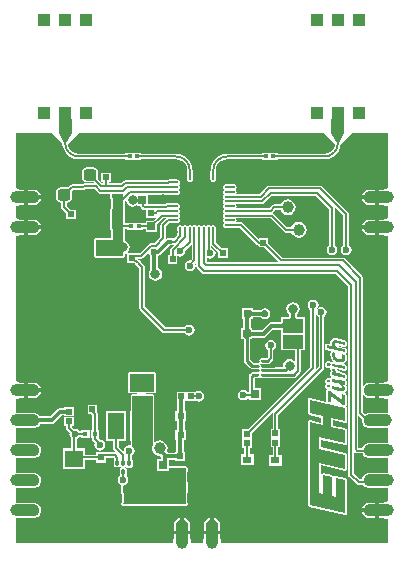
<source format=gtl>
G04*
G04 #@! TF.GenerationSoftware,Altium Limited,Altium NEXUS,5.8.2 (18)*
G04*
G04 Layer_Physical_Order=1*
G04 Layer_Color=255*
%FSLAX44Y44*%
%MOMM*%
G71*
G04*
G04 #@! TF.SameCoordinates,3A1DB9EE-8D2C-4681-89B5-BFB965533D06*
G04*
G04*
G04 #@! TF.FilePolarity,Positive*
G04*
G01*
G75*
%ADD10C,0.2500*%
%ADD15C,0.2000*%
%ADD18O,0.8500X0.2000*%
%ADD19O,0.2000X0.8500*%
%ADD20R,0.4682X0.4725*%
%ADD21R,0.6582X0.7041*%
%ADD22R,0.6153X0.5725*%
%ADD23C,0.6000*%
%ADD24R,0.6725X0.7154*%
%ADD25R,0.3627X0.3627*%
%ADD26R,0.7041X0.6582*%
%ADD27R,0.5153X0.4725*%
%ADD28R,1.1000X1.1000*%
G04:AMPARAMS|DCode=29|XSize=1.1mm|YSize=0.98mm|CornerRadius=0.2597mm|HoleSize=0mm|Usage=FLASHONLY|Rotation=0.000|XOffset=0mm|YOffset=0mm|HoleType=Round|Shape=RoundedRectangle|*
%AMROUNDEDRECTD29*
21,1,1.1000,0.4606,0,0,0.0*
21,1,0.5806,0.9800,0,0,0.0*
1,1,0.5194,0.2903,-0.2303*
1,1,0.5194,-0.2903,-0.2303*
1,1,0.5194,-0.2903,0.2303*
1,1,0.5194,0.2903,0.2303*
%
%ADD29ROUNDEDRECTD29*%
%ADD30R,0.4725X0.4682*%
%ADD31R,0.5725X0.6153*%
%ADD32R,0.6281X0.6062*%
%ADD33R,0.4541X0.3627*%
%ADD34R,1.7062X1.1544*%
%ADD35R,0.8000X0.6000*%
%ADD36R,0.8000X0.6000*%
G04:AMPARAMS|DCode=37|XSize=0.3mm|YSize=0.49mm|CornerRadius=0.0495mm|HoleSize=0mm|Usage=FLASHONLY|Rotation=180.000|XOffset=0mm|YOffset=0mm|HoleType=Round|Shape=RoundedRectangle|*
%AMROUNDEDRECTD37*
21,1,0.3000,0.3910,0,0,180.0*
21,1,0.2010,0.4900,0,0,180.0*
1,1,0.0990,-0.1005,0.1955*
1,1,0.0990,0.1005,0.1955*
1,1,0.0990,0.1005,-0.1955*
1,1,0.0990,-0.1005,-0.1955*
%
%ADD37ROUNDEDRECTD37*%
G04:AMPARAMS|DCode=38|XSize=0.3mm|YSize=0.52mm|CornerRadius=0.0495mm|HoleSize=0mm|Usage=FLASHONLY|Rotation=180.000|XOffset=0mm|YOffset=0mm|HoleType=Round|Shape=RoundedRectangle|*
%AMROUNDEDRECTD38*
21,1,0.3000,0.4210,0,0,180.0*
21,1,0.2010,0.5200,0,0,180.0*
1,1,0.0990,-0.1005,0.2105*
1,1,0.0990,0.1005,0.2105*
1,1,0.0990,0.1005,-0.2105*
1,1,0.0990,-0.1005,-0.2105*
%
%ADD38ROUNDEDRECTD38*%
%ADD39R,0.5000X0.5000*%
%ADD40R,1.5562X1.4546*%
%ADD41R,0.4500X0.4500*%
%ADD42R,1.3549X2.2062*%
%ADD43R,3.5000X3.6000*%
%ADD44C,0.2700*%
%ADD45C,0.3000*%
%ADD54C,0.2300*%
%ADD58C,0.1450*%
%ADD59C,1.0000*%
%ADD60C,0.1700*%
%ADD61C,0.3500*%
%ADD62C,0.2300*%
%ADD63C,0.8000*%
G36*
X278500Y347000D02*
X273000Y337000D01*
X267500Y347000D01*
Y359000D01*
X278500D01*
Y347000D01*
D02*
G37*
G36*
X47500D02*
X42000Y337000D01*
X36500Y347000D01*
Y359000D01*
X47500D01*
Y347000D01*
D02*
G37*
G36*
X315000Y300005D02*
X313032Y299746D01*
X311288Y299024D01*
X308000D01*
Y297400D01*
X315000D01*
Y294025D01*
Y290775D01*
Y287400D01*
X308000D01*
Y285776D01*
X311288D01*
X313032Y285054D01*
X315000Y284795D01*
Y274605D01*
X313032Y274346D01*
X311288Y273624D01*
X308000D01*
Y272000D01*
X315000D01*
Y268625D01*
Y265375D01*
Y262000D01*
X308000D01*
Y260376D01*
X311288D01*
X313032Y259654D01*
X315000Y259395D01*
Y136605D01*
X313032Y136346D01*
X311288Y135624D01*
X308000D01*
Y134000D01*
X315000D01*
Y130625D01*
Y127375D01*
Y124000D01*
X308000D01*
Y122376D01*
X311288D01*
X313032Y121654D01*
X315000Y121395D01*
Y110224D01*
X314019D01*
X314000Y110227D01*
X313981Y110224D01*
X299005D01*
X298707Y110100D01*
X298384D01*
X296546Y109339D01*
X296318Y109110D01*
X296290Y109099D01*
X294396Y110992D01*
Y125237D01*
X297256Y122376D01*
X304750D01*
Y124000D01*
X299005D01*
X297168Y124761D01*
X295761Y126168D01*
X295000Y128005D01*
Y129994D01*
X295761Y131832D01*
X297168Y133239D01*
X299005Y134000D01*
X304750D01*
Y135624D01*
X297256D01*
X294396Y132763D01*
Y224000D01*
X294214Y224917D01*
X293694Y225694D01*
X278694Y240694D01*
X277917Y241214D01*
X277000Y241396D01*
X225949D01*
X213798Y253548D01*
Y257862D01*
X206116D01*
Y257272D01*
X192694Y270694D01*
X191917Y271214D01*
X191000Y271396D01*
X186685D01*
X187105Y272025D01*
X187299Y273000D01*
X187105Y273975D01*
X186685Y274604D01*
X216007D01*
X227306Y263306D01*
X227306Y263306D01*
X227772Y262994D01*
X228083Y262786D01*
X229000Y262604D01*
X233599D01*
X233627Y262464D01*
X235064Y260314D01*
X237214Y258877D01*
X239750Y258373D01*
X242286Y258877D01*
X244436Y260314D01*
X245873Y262464D01*
X246377Y265000D01*
X245873Y267536D01*
X244436Y269686D01*
X242286Y271123D01*
X239750Y271627D01*
X237214Y271123D01*
X235064Y269686D01*
X233627Y267536D01*
X233599Y267396D01*
X229993D01*
X218694Y278694D01*
X217917Y279214D01*
X217639Y279269D01*
X217694Y279306D01*
X219993Y281604D01*
X224349D01*
X224377Y281464D01*
X225814Y279314D01*
X227964Y277877D01*
X230500Y277373D01*
X233036Y277877D01*
X235186Y279314D01*
X236623Y281464D01*
X237127Y284000D01*
X236623Y286536D01*
X235186Y288686D01*
X233036Y290123D01*
X230500Y290627D01*
X227964Y290123D01*
X225814Y288686D01*
X224377Y286536D01*
X224349Y286396D01*
X219000D01*
X218083Y286214D01*
X217306Y285694D01*
X215007Y283396D01*
X186685D01*
X187105Y284025D01*
X187299Y285000D01*
X187105Y285975D01*
X186685Y286604D01*
X209000D01*
X209917Y286786D01*
X210694Y287306D01*
X216992Y293604D01*
X254007D01*
X265604Y282008D01*
Y251811D01*
X264756Y251244D01*
X263761Y249756D01*
X263412Y248000D01*
X263761Y246244D01*
X264756Y244756D01*
X266244Y243761D01*
X268000Y243412D01*
X269756Y243761D01*
X271244Y244756D01*
X272239Y246244D01*
X272588Y248000D01*
X272239Y249756D01*
X271244Y251244D01*
X270396Y251811D01*
Y283000D01*
X270214Y283917D01*
X269694Y284694D01*
X256784Y297604D01*
X257008D01*
X277604Y277008D01*
Y251811D01*
X276756Y251244D01*
X275761Y249756D01*
X275412Y248000D01*
X275761Y246244D01*
X276756Y244756D01*
X278244Y243761D01*
X280000Y243412D01*
X281756Y243761D01*
X283244Y244756D01*
X284239Y246244D01*
X284588Y248000D01*
X284239Y249756D01*
X283244Y251244D01*
X282396Y251811D01*
Y278000D01*
X282214Y278917D01*
X281694Y279694D01*
X259694Y301694D01*
X258917Y302214D01*
X258000Y302396D01*
X215000D01*
X214083Y302214D01*
X213306Y301694D01*
X207008Y295396D01*
X186685D01*
X187105Y296025D01*
X187299Y297000D01*
X187105Y297975D01*
X186552Y298802D01*
X186257Y299000D01*
X186552Y299198D01*
X187105Y300025D01*
X187299Y301000D01*
X187105Y301975D01*
X186552Y302802D01*
X185725Y303355D01*
X184750Y303549D01*
X178250D01*
X177275Y303355D01*
X176448Y302802D01*
X175895Y301975D01*
X175701Y301000D01*
X175895Y300025D01*
X176448Y299198D01*
X176743Y299000D01*
X176448Y298802D01*
X175895Y297975D01*
X175701Y297000D01*
X175895Y296025D01*
X176448Y295198D01*
X176743Y295000D01*
X176448Y294802D01*
X175895Y293975D01*
X175701Y293000D01*
X175895Y292024D01*
X176448Y291198D01*
X176743Y291000D01*
X176448Y290802D01*
X175895Y289975D01*
X175701Y289000D01*
X175895Y288025D01*
X176448Y287198D01*
X176743Y287000D01*
X176448Y286802D01*
X175895Y285975D01*
X175701Y285000D01*
X175895Y284025D01*
X176448Y283198D01*
X176743Y283000D01*
X176448Y282802D01*
X175895Y281975D01*
X175701Y281000D01*
X175895Y280025D01*
X176448Y279198D01*
X176743Y279000D01*
X176448Y278802D01*
X175895Y277975D01*
X175701Y277000D01*
X175895Y276024D01*
X176448Y275198D01*
X176743Y275000D01*
X176448Y274802D01*
X175895Y273975D01*
X175701Y273000D01*
X175895Y272025D01*
X176448Y271198D01*
X176743Y271000D01*
X176448Y270802D01*
X176432Y270778D01*
X176306Y270694D01*
X175786Y269917D01*
X175604Y269000D01*
X175786Y268083D01*
X176306Y267306D01*
X176432Y267222D01*
X176448Y267198D01*
X177275Y266645D01*
X178250Y266451D01*
X184750D01*
X185519Y266604D01*
X190007D01*
X204306Y252306D01*
X205083Y251786D01*
X206000Y251604D01*
X206116D01*
Y250138D01*
X210431D01*
X223172Y237396D01*
X161992D01*
X161896Y237493D01*
Y241662D01*
X163244Y240761D01*
X165000Y240412D01*
X166756Y240761D01*
X168244Y241756D01*
X169239Y243244D01*
X169588Y245000D01*
X169239Y246756D01*
X168244Y248244D01*
X166756Y249239D01*
X165896Y249410D01*
Y251215D01*
X171138Y245974D01*
Y240638D01*
X180291D01*
Y249362D01*
X174526D01*
X169896Y253993D01*
Y258981D01*
X170049Y259750D01*
Y266250D01*
X169855Y267225D01*
X169302Y268052D01*
X168475Y268605D01*
X167500Y268799D01*
X166525Y268605D01*
X165698Y268052D01*
X165500Y267757D01*
X165302Y268052D01*
X164475Y268605D01*
X163500Y268799D01*
X162525Y268605D01*
X161698Y268052D01*
X161500Y267757D01*
X161302Y268052D01*
X160475Y268605D01*
X159500Y268799D01*
X158525Y268605D01*
X157698Y268052D01*
X157500Y267757D01*
X157302Y268052D01*
X156475Y268605D01*
X155500Y268799D01*
X154525Y268605D01*
X153698Y268052D01*
X153500Y267757D01*
X153302Y268052D01*
X152475Y268605D01*
X151500Y268799D01*
X150525Y268605D01*
X149698Y268052D01*
X149500Y267757D01*
X149302Y268052D01*
X148475Y268605D01*
X147500Y268799D01*
X146524Y268605D01*
X145698Y268052D01*
X145500Y267757D01*
X145302Y268052D01*
X144475Y268605D01*
X143500Y268799D01*
X142525Y268605D01*
X141698Y268052D01*
X141500Y267757D01*
X141302Y268052D01*
X140475Y268605D01*
X139500Y268799D01*
X138525Y268605D01*
X137698Y268052D01*
X137145Y267225D01*
X136951Y266250D01*
Y263000D01*
Y260806D01*
X133831Y257686D01*
X133268Y258061D01*
X132000Y258314D01*
X129500D01*
X128442Y258103D01*
X128232Y258061D01*
X127339Y257465D01*
X127396Y257750D01*
Y268008D01*
X129908Y270519D01*
X130250Y270451D01*
X136750D01*
X137725Y270645D01*
X138552Y271198D01*
X139105Y272025D01*
X139299Y273000D01*
X139105Y273975D01*
X138552Y274802D01*
X138257Y275000D01*
X138552Y275198D01*
X139105Y276024D01*
X139299Y277000D01*
X139105Y277975D01*
X138552Y278802D01*
X138257Y279000D01*
X138552Y279198D01*
X139105Y280025D01*
X139299Y281000D01*
X139105Y281975D01*
X138552Y282802D01*
X138257Y283000D01*
X138552Y283198D01*
X139105Y284025D01*
X139299Y285000D01*
X139105Y285975D01*
X138552Y286802D01*
X137725Y287355D01*
X136750Y287549D01*
X128542D01*
X127567Y287355D01*
X126740Y286802D01*
X126637Y286699D01*
X118805D01*
X117992Y286537D01*
X117830Y286505D01*
X117690Y286411D01*
X112500D01*
Y294604D01*
X129481D01*
X130250Y294451D01*
X136750D01*
X137725Y294645D01*
X138552Y295198D01*
X139105Y296025D01*
X139299Y297000D01*
X139105Y297975D01*
X138552Y298802D01*
X138257Y299000D01*
X138552Y299198D01*
X139105Y300025D01*
X139299Y301000D01*
X139105Y301975D01*
X138552Y302802D01*
X138257Y303000D01*
X138552Y303198D01*
X139105Y304025D01*
X139299Y305000D01*
X139105Y305975D01*
X138552Y306802D01*
X137725Y307355D01*
X136750Y307549D01*
X130250D01*
X129275Y307355D01*
X128448Y306802D01*
X128410Y306746D01*
X92825D01*
X92824Y306746D01*
X91908Y306564D01*
X91130Y306044D01*
X89482Y304396D01*
X79130D01*
Y305443D01*
X80811D01*
Y313168D01*
X72658D01*
Y305443D01*
X74338D01*
Y304396D01*
X73542D01*
X69858Y308080D01*
X70080Y309197D01*
Y313803D01*
X69762Y315402D01*
X68857Y316757D01*
X67502Y317662D01*
X65903Y317980D01*
X60097D01*
X58498Y317662D01*
X57143Y316757D01*
X56238Y315402D01*
X55920Y313803D01*
Y309197D01*
X56238Y307598D01*
X57143Y306243D01*
X58498Y305338D01*
X60097Y305020D01*
X65903D01*
X66101Y305059D01*
X67015Y304146D01*
X58048D01*
X57131Y303964D01*
X56354Y303444D01*
X56305Y303396D01*
X47500D01*
X46583Y303214D01*
X45806Y302694D01*
X44060Y300949D01*
X43903Y300980D01*
X38097D01*
X36498Y300662D01*
X35143Y299757D01*
X34238Y298402D01*
X33920Y296803D01*
Y292197D01*
X34238Y290598D01*
X35143Y289243D01*
X36498Y288338D01*
X38097Y288020D01*
X38604D01*
Y284214D01*
X38786Y283298D01*
X39306Y282520D01*
X43138Y278688D01*
Y274138D01*
X51291D01*
Y281862D01*
X46740D01*
X43396Y285207D01*
Y288020D01*
X43903D01*
X45502Y288338D01*
X46857Y289243D01*
X47762Y290598D01*
X48080Y292197D01*
Y296803D01*
X47850Y297961D01*
X48492Y298604D01*
X57298D01*
X58215Y298786D01*
X58992Y299306D01*
X59040Y299354D01*
X66960D01*
X70008Y296306D01*
X70008Y296306D01*
X70474Y295994D01*
X70785Y295786D01*
X71702Y295604D01*
X80376D01*
Y291791D01*
X80852Y290643D01*
X81127Y290529D01*
Y283471D01*
X80852Y283357D01*
X80376Y282209D01*
Y279362D01*
X80382Y279349D01*
Y270651D01*
X80376Y270638D01*
Y265531D01*
X80852Y264383D01*
X81236Y264224D01*
Y257841D01*
X81126Y257730D01*
X80868Y257624D01*
X68000D01*
X66852Y257148D01*
X66376Y256000D01*
Y243000D01*
X66852Y241852D01*
X68000Y241376D01*
X91000D01*
X92148Y241852D01*
X92624Y243000D01*
Y244715D01*
X93146Y244819D01*
X94965Y246035D01*
X96181Y247854D01*
X96608Y250000D01*
X96181Y252146D01*
X94965Y253965D01*
X93146Y255181D01*
X92624Y255285D01*
Y265604D01*
X94186D01*
Y264436D01*
X100814D01*
Y271064D01*
X94186D01*
Y270396D01*
X92624D01*
Y289235D01*
X93690Y290302D01*
X93630Y290000D01*
X94057Y287854D01*
X95273Y286035D01*
X97092Y284819D01*
X99238Y284392D01*
X101384Y284819D01*
X102459Y285537D01*
Y285459D01*
X105716D01*
Y285131D01*
X105910Y284155D01*
X106462Y283328D01*
X107731Y282060D01*
X108557Y281507D01*
X109533Y281313D01*
X110709D01*
Y275138D01*
X118749D01*
X116403Y272791D01*
X110209D01*
Y270396D01*
X107814D01*
Y271064D01*
X101186D01*
Y264436D01*
X107814D01*
Y265604D01*
X110209D01*
Y262750D01*
X119791D01*
Y269403D01*
X124993Y274604D01*
X127215D01*
X123306Y270694D01*
X122786Y269917D01*
X122604Y269000D01*
Y258743D01*
X117607Y253746D01*
X114784D01*
X114784Y253746D01*
X113867Y253564D01*
X113090Y253044D01*
X113090Y253044D01*
X105442Y245396D01*
X103362D01*
Y245577D01*
X94638D01*
Y236423D01*
X100781D01*
X100796Y236420D01*
X101055Y236161D01*
X101315Y235987D01*
X102344Y234958D01*
X102518Y234698D01*
X104854Y232362D01*
Y198750D01*
X105036Y197833D01*
X105556Y197056D01*
X124306Y178306D01*
X125083Y177786D01*
X126000Y177604D01*
X143189D01*
X143756Y176756D01*
X145244Y175761D01*
X147000Y175412D01*
X148756Y175761D01*
X150244Y176756D01*
X151239Y178244D01*
X151588Y180000D01*
X151239Y181756D01*
X150244Y183244D01*
X148756Y184239D01*
X147000Y184588D01*
X145244Y184239D01*
X143756Y183244D01*
X143189Y182396D01*
X126993D01*
X109646Y199743D01*
Y233355D01*
X109464Y234272D01*
X108944Y235049D01*
X106080Y237913D01*
X105907Y238173D01*
X104530Y239550D01*
X104270Y239724D01*
X103526Y240467D01*
X103362Y240577D01*
Y240604D01*
X106434D01*
X107351Y240786D01*
X108128Y241306D01*
X112480Y245658D01*
X112761Y244244D01*
X113756Y242756D01*
X114165Y242482D01*
Y231824D01*
X113939Y231486D01*
X113686Y230218D01*
X113690Y230201D01*
X113319Y229646D01*
X112892Y227500D01*
X113319Y225354D01*
X114535Y223535D01*
X116354Y222319D01*
X118500Y221892D01*
X120646Y222319D01*
X122465Y223535D01*
X123681Y225354D01*
X124108Y227500D01*
X123681Y229646D01*
X122465Y231465D01*
X120792Y232583D01*
Y243165D01*
X120978D01*
X122036Y243375D01*
X122246Y243417D01*
X123321Y244135D01*
X130873Y251686D01*
X132000D01*
X133268Y251939D01*
X134035Y252451D01*
X134062D01*
X131306Y249694D01*
X130786Y248917D01*
X130604Y248000D01*
Y243862D01*
X129138D01*
Y236181D01*
X136862D01*
Y242785D01*
X137445Y242396D01*
X139201Y242047D01*
X140957Y242396D01*
X142445Y243391D01*
X143440Y244879D01*
X143789Y246635D01*
X143662Y247274D01*
X149104Y252715D01*
Y239979D01*
X148293Y239168D01*
X148000Y239226D01*
X146244Y238877D01*
X144756Y237882D01*
X143761Y236394D01*
X143412Y234638D01*
X143761Y232882D01*
X144756Y231394D01*
X146244Y230399D01*
X148000Y230050D01*
X149756Y230399D01*
X151244Y231394D01*
X152239Y232882D01*
X152588Y234638D01*
X152248Y236347D01*
X153104Y237202D01*
Y234500D01*
X153286Y233583D01*
X153806Y232806D01*
X158306Y228306D01*
X158306Y228306D01*
X159083Y227786D01*
X160000Y227604D01*
X160000Y227604D01*
X271007D01*
X281604Y217008D01*
Y57680D01*
X281786Y56763D01*
X282306Y55986D01*
X288774Y49518D01*
X289551Y48998D01*
X290468Y48816D01*
X294617D01*
X296020Y47413D01*
X296318Y47290D01*
X296546Y47061D01*
X298384Y46300D01*
X298707D01*
X299005Y46176D01*
X314981D01*
X315000Y46173D01*
Y35005D01*
X313032Y34746D01*
X311288Y34024D01*
X308000D01*
Y32400D01*
X315000D01*
Y29025D01*
Y25775D01*
Y22400D01*
X308000D01*
Y20776D01*
X311288D01*
X313032Y20054D01*
X315000Y19795D01*
Y0D01*
X174005D01*
X173746Y1968D01*
X173024Y3712D01*
Y7000D01*
X171400D01*
Y0D01*
X161400D01*
Y7000D01*
X159776D01*
Y3712D01*
X159054Y1968D01*
X158795Y0D01*
X148605D01*
X148346Y1968D01*
X147624Y3712D01*
Y7000D01*
X146000D01*
Y0D01*
X136000D01*
Y7000D01*
X134376D01*
Y3712D01*
X133654Y1968D01*
X133395Y0D01*
X0D01*
Y20773D01*
X19Y20776D01*
X15994D01*
X16293Y20900D01*
X16616D01*
X18454Y21661D01*
X18682Y21890D01*
X18980Y22013D01*
X20387Y23420D01*
X20510Y23718D01*
X20739Y23946D01*
X21500Y25784D01*
Y26107D01*
X21624Y26405D01*
Y28394D01*
X21500Y28693D01*
Y29016D01*
X20739Y30854D01*
X20510Y31082D01*
X20387Y31380D01*
X18980Y32787D01*
X18682Y32910D01*
X18454Y33139D01*
X16616Y33900D01*
X16293D01*
X15994Y34024D01*
X19D01*
X0Y34027D01*
Y46173D01*
X19Y46176D01*
X15994D01*
X16293Y46300D01*
X16616D01*
X18454Y47061D01*
X18682Y47290D01*
X18980Y47413D01*
X20387Y48820D01*
X20510Y49118D01*
X20739Y49346D01*
X21500Y51184D01*
Y51507D01*
X21624Y51805D01*
Y53794D01*
X21500Y54093D01*
Y54416D01*
X20739Y56254D01*
X20510Y56482D01*
X20387Y56780D01*
X18980Y58187D01*
X18682Y58310D01*
X18454Y58539D01*
X16616Y59300D01*
X16293D01*
X15994Y59424D01*
X19D01*
X0Y59427D01*
Y71573D01*
X19Y71576D01*
X15994D01*
X16293Y71700D01*
X16616D01*
X18454Y72461D01*
X18682Y72689D01*
X18980Y72813D01*
X20387Y74220D01*
X20510Y74518D01*
X20739Y74746D01*
X21500Y76584D01*
Y76907D01*
X21624Y77205D01*
Y79194D01*
X21500Y79493D01*
Y79816D01*
X20739Y81654D01*
X20510Y81882D01*
X20387Y82180D01*
X18980Y83587D01*
X18682Y83710D01*
X18454Y83939D01*
X16616Y84700D01*
X16293D01*
X15994Y84824D01*
X19D01*
X0Y84827D01*
Y96973D01*
X19Y96976D01*
X15994D01*
X16293Y97100D01*
X16616D01*
X18454Y97861D01*
X18682Y98090D01*
X18980Y98213D01*
X20387Y99620D01*
X20510Y99918D01*
X20739Y100146D01*
X20797Y100286D01*
X30600D01*
X31658Y100497D01*
X31868Y100539D01*
X32943Y101257D01*
X39394Y107708D01*
X41394D01*
Y107181D01*
X49119D01*
Y114862D01*
X41394D01*
Y114335D01*
X38022D01*
X36753Y114083D01*
X35678Y113365D01*
X29227Y106914D01*
X20797D01*
X20739Y107054D01*
X20510Y107282D01*
X20387Y107580D01*
X18980Y108987D01*
X18682Y109110D01*
X18454Y109339D01*
X16616Y110100D01*
X16293D01*
X15994Y110224D01*
X19D01*
X0Y110227D01*
Y121395D01*
X1968Y121654D01*
X3712Y122376D01*
X7000D01*
Y124000D01*
X0D01*
Y127375D01*
Y130625D01*
Y134000D01*
X7000D01*
Y135624D01*
X3712D01*
X1968Y136346D01*
X0Y136605D01*
Y259417D01*
X1968Y259676D01*
X3712Y260398D01*
X7000D01*
Y262022D01*
X0D01*
Y265397D01*
Y268647D01*
Y272022D01*
X7000D01*
Y273645D01*
X3712D01*
X1968Y274368D01*
X0Y274627D01*
Y284817D01*
X1968Y285076D01*
X3712Y285798D01*
X7000D01*
Y287422D01*
X0D01*
Y290797D01*
Y294047D01*
Y297422D01*
X7000D01*
Y299045D01*
X3712D01*
X1968Y299768D01*
X0Y300027D01*
Y347000D01*
X30500D01*
X39716Y337784D01*
X39729Y337761D01*
X40123Y334765D01*
X41485Y331477D01*
X43652Y328652D01*
X46476Y326485D01*
X49765Y325123D01*
X53295Y324658D01*
Y324731D01*
X92936D01*
Y323686D01*
X106564D01*
Y324731D01*
X136000D01*
Y324724D01*
X138387Y324410D01*
X140612Y323488D01*
X142522Y322022D01*
X143988Y320112D01*
X144910Y317887D01*
X145224Y315500D01*
X145231D01*
Y315355D01*
X145145Y315225D01*
X144951Y314250D01*
Y307750D01*
X145145Y306775D01*
X145698Y305948D01*
X146524Y305395D01*
X147500Y305201D01*
X148475Y305395D01*
X149302Y305948D01*
X149855Y306775D01*
X150049Y307750D01*
Y314250D01*
X149855Y315225D01*
X149769Y315355D01*
Y315500D01*
X149843D01*
X149372Y319083D01*
X147989Y322422D01*
X145789Y325289D01*
X142922Y327489D01*
X139583Y328872D01*
X136000Y329343D01*
Y329269D01*
X106564D01*
Y330314D01*
X92936D01*
Y329269D01*
X53295D01*
Y329278D01*
X50961Y329585D01*
X48786Y330486D01*
X46919Y331919D01*
X45486Y333786D01*
X44585Y335961D01*
X44434Y337110D01*
X53500Y347000D01*
X261500D01*
X270566Y337110D01*
X270415Y335961D01*
X269514Y333786D01*
X268081Y331919D01*
X266214Y330486D01*
X264039Y329585D01*
X261705Y329278D01*
Y329269D01*
X222064D01*
Y330314D01*
X208436D01*
Y329269D01*
X179000D01*
Y329343D01*
X175417Y328872D01*
X172078Y327489D01*
X169211Y325289D01*
X167011Y322422D01*
X165628Y319083D01*
X165157Y315500D01*
X165231D01*
Y315355D01*
X165145Y315225D01*
X164951Y314250D01*
Y307750D01*
X165145Y306775D01*
X165698Y305948D01*
X166525Y305395D01*
X167500Y305201D01*
X168475Y305395D01*
X169302Y305948D01*
X169855Y306775D01*
X170049Y307750D01*
Y314250D01*
X169855Y315225D01*
X169769Y315355D01*
Y315500D01*
X169776D01*
X170090Y317887D01*
X171012Y320112D01*
X172478Y322022D01*
X174388Y323488D01*
X176613Y324410D01*
X179000Y324724D01*
Y324731D01*
X208436D01*
Y323686D01*
X222064D01*
Y324731D01*
X261705D01*
Y324658D01*
X265235Y325123D01*
X268524Y326485D01*
X271348Y328652D01*
X273515Y331477D01*
X274877Y334765D01*
X275271Y337761D01*
X275285Y337785D01*
X284500Y347000D01*
X315000D01*
Y300005D01*
D02*
G37*
G36*
X91000Y243000D02*
X68000D01*
Y256000D01*
X82000D01*
Y256469D01*
X82860D01*
Y265531D01*
X82000D01*
Y270638D01*
X82006D01*
Y279362D01*
X82000D01*
Y282209D01*
X82751D01*
Y291791D01*
X82000D01*
Y295604D01*
X91000D01*
X91000D01*
Y243000D01*
D02*
G37*
G36*
X315000Y98600D02*
X299005D01*
X297168Y99361D01*
X295761Y100768D01*
X295000Y102605D01*
Y104594D01*
X295761Y106432D01*
X297168Y107839D01*
X299005Y108600D01*
X315000D01*
Y98600D01*
D02*
G37*
G36*
X17832Y107839D02*
X19239Y106432D01*
X20000Y104594D01*
Y102605D01*
X19239Y100768D01*
X17832Y99361D01*
X15994Y98600D01*
X0D01*
Y108600D01*
X15994D01*
X17832Y107839D01*
D02*
G37*
G36*
X293500Y105112D02*
Y104893D01*
X293376Y104594D01*
Y102605D01*
X293500Y102307D01*
Y101984D01*
X294261Y100146D01*
X294490Y99918D01*
X294613Y99620D01*
X296020Y98213D01*
X296318Y98090D01*
X296546Y97861D01*
X298384Y97100D01*
X298707D01*
X299005Y96976D01*
X313981D01*
X314000Y96973D01*
X314019Y96976D01*
X315000D01*
Y84827D01*
X314981Y84824D01*
X299005D01*
X298707Y84700D01*
X298384D01*
X296546Y83939D01*
X296318Y83710D01*
X296020Y83587D01*
X294613Y82180D01*
X294490Y81882D01*
X294261Y81654D01*
X293740Y80396D01*
X290396D01*
Y108216D01*
X293500Y105112D01*
D02*
G37*
G36*
X315000Y73200D02*
X299005D01*
X297168Y73961D01*
X295761Y75368D01*
X295000Y77205D01*
Y79194D01*
X295761Y81032D01*
X297168Y82439D01*
X299005Y83200D01*
X315000D01*
Y73200D01*
D02*
G37*
G36*
X17832Y82439D02*
X19239Y81032D01*
X20000Y79194D01*
Y77205D01*
X19239Y75368D01*
X17832Y73961D01*
X15994Y73200D01*
X0D01*
Y83200D01*
X15994D01*
X17832Y82439D01*
D02*
G37*
G36*
X287302Y76306D02*
X288079Y75786D01*
X288996Y75604D01*
X293906D01*
X294261Y74746D01*
X294490Y74518D01*
X294613Y74220D01*
X296020Y72813D01*
X296318Y72689D01*
X296546Y72461D01*
X298384Y71700D01*
X298707D01*
X299005Y71576D01*
X314981D01*
X315000Y71573D01*
Y59427D01*
X314981Y59424D01*
X299005D01*
X298707Y59300D01*
X298384D01*
X296546Y58539D01*
X296318Y58310D01*
X296020Y58187D01*
X294613Y56780D01*
X294490Y56482D01*
X294261Y56254D01*
X293500Y54416D01*
Y54093D01*
X293376Y53794D01*
Y53608D01*
X291461D01*
X286396Y58672D01*
Y77211D01*
X287302Y76306D01*
D02*
G37*
G36*
X315000Y47800D02*
X299005D01*
X297168Y48561D01*
X295761Y49968D01*
X295000Y51805D01*
Y53794D01*
X295761Y55632D01*
X297168Y57039D01*
X299005Y57800D01*
X315000D01*
Y47800D01*
D02*
G37*
G36*
X17832Y57039D02*
X19239Y55632D01*
X20000Y53794D01*
Y51805D01*
X19239Y49968D01*
X17832Y48561D01*
X15994Y47800D01*
X0D01*
Y57800D01*
X15994D01*
X17832Y57039D01*
D02*
G37*
G36*
Y31639D02*
X19239Y30232D01*
X20000Y28394D01*
Y26405D01*
X19239Y24568D01*
X17832Y23161D01*
X15994Y22400D01*
X0D01*
Y32400D01*
X15994D01*
X17832Y31639D01*
D02*
G37*
%LPC*%
G36*
X17744Y299045D02*
X10250D01*
Y297422D01*
X15994D01*
X17832Y296661D01*
X19239Y295254D01*
X19739Y294047D01*
X21260D01*
Y295529D01*
X17744Y299045D01*
D02*
G37*
G36*
X304750Y299024D02*
X297256D01*
X293740Y295508D01*
Y294025D01*
X295261D01*
X295761Y295232D01*
X297168Y296639D01*
X299005Y297400D01*
X304750D01*
Y299024D01*
D02*
G37*
G36*
X21260Y290797D02*
X19739D01*
X19239Y289590D01*
X17832Y288183D01*
X15994Y287422D01*
X10250D01*
Y285798D01*
X17744D01*
X21260Y289314D01*
Y290797D01*
D02*
G37*
G36*
X295261Y290775D02*
X293740D01*
Y289293D01*
X297256Y285776D01*
X304750D01*
Y287400D01*
X299005D01*
X297168Y288161D01*
X295761Y289568D01*
X295261Y290775D01*
D02*
G37*
G36*
X17744Y273645D02*
X10250D01*
Y272022D01*
X15994D01*
X17832Y271261D01*
X19239Y269854D01*
X19739Y268647D01*
X21260D01*
Y270129D01*
X17744Y273645D01*
D02*
G37*
G36*
X304750Y273624D02*
X297256D01*
X293740Y270107D01*
Y268625D01*
X295261D01*
X295761Y269832D01*
X297168Y271239D01*
X299005Y272000D01*
X304750D01*
Y273624D01*
D02*
G37*
G36*
X21260Y265397D02*
X19739D01*
X19239Y264189D01*
X17832Y262783D01*
X15994Y262022D01*
X10250D01*
Y260398D01*
X17744D01*
X21260Y263914D01*
Y265397D01*
D02*
G37*
G36*
X295261Y265375D02*
X293740D01*
Y263892D01*
X297256Y260376D01*
X304750D01*
Y262000D01*
X299005D01*
X297168Y262761D01*
X295761Y264168D01*
X295261Y265375D01*
D02*
G37*
G36*
X235000Y203608D02*
X232854Y203181D01*
X231035Y201965D01*
X229819Y200146D01*
X229392Y198000D01*
X229819Y195854D01*
X231035Y194035D01*
X231686Y193599D01*
Y191031D01*
X224969D01*
Y187073D01*
X216759D01*
X215701Y186862D01*
X215491Y186820D01*
X214416Y186102D01*
X208627Y180314D01*
X200531D01*
Y181531D01*
X199402D01*
Y189638D01*
X200862D01*
Y190686D01*
X207859D01*
X209244Y189761D01*
X211000Y189412D01*
X212756Y189761D01*
X214244Y190756D01*
X215239Y192244D01*
X215588Y194000D01*
X215239Y195756D01*
X214244Y197244D01*
X212756Y198239D01*
X211000Y198588D01*
X209244Y198239D01*
X207859Y197314D01*
X200862D01*
Y198362D01*
X191709D01*
Y189638D01*
X192774D01*
Y181531D01*
X191250D01*
Y172469D01*
X193298D01*
Y154000D01*
X193504Y152966D01*
X194090Y152090D01*
X198090Y148089D01*
X198966Y147504D01*
X200000Y147298D01*
X204890D01*
X205924Y147504D01*
X206801Y148089D01*
X207387Y148966D01*
X207592Y150000D01*
X207387Y151034D01*
X206801Y151910D01*
X205924Y152496D01*
X204890Y152702D01*
X201119D01*
X198702Y155119D01*
Y172469D01*
X200531D01*
Y173686D01*
X210000D01*
X211058Y173897D01*
X211268Y173939D01*
X212343Y174657D01*
X218131Y180445D01*
X224969D01*
Y176487D01*
Y162969D01*
X236604D01*
Y153009D01*
X235965Y153965D01*
X234146Y155181D01*
X232000Y155608D01*
X229854Y155181D01*
X228035Y153965D01*
X226819Y152146D01*
X226392Y150000D01*
X226651Y148702D01*
X208890D01*
X207856Y148496D01*
X206980Y147910D01*
X206394Y147034D01*
X206189Y146000D01*
X206394Y144966D01*
X206980Y144089D01*
X207114Y144000D01*
X206980Y143911D01*
X206890Y143777D01*
X206801Y143911D01*
X205924Y144496D01*
X204890Y144702D01*
X204313Y144587D01*
X200996D01*
X199962Y144381D01*
X199085Y143796D01*
X198090Y142800D01*
X197504Y141923D01*
X197298Y140889D01*
X197504Y139855D01*
X197604Y139705D01*
Y129437D01*
X197663Y129141D01*
Y128441D01*
X197709Y128210D01*
Y127549D01*
X196709D01*
X196244Y128244D01*
X194756Y129239D01*
X193000Y129588D01*
X191244Y129239D01*
X189756Y128244D01*
X188761Y126756D01*
X188412Y125000D01*
X188761Y123244D01*
X189756Y121756D01*
X191244Y120761D01*
X193000Y120412D01*
X194756Y120761D01*
X196244Y121756D01*
X196709Y122451D01*
X197709D01*
Y121209D01*
X207750D01*
Y130791D01*
X202396D01*
Y139183D01*
X204776D01*
X205810Y139389D01*
X206686Y139975D01*
X206732Y140043D01*
X206801Y140090D01*
X206890Y140223D01*
X206980Y140090D01*
X207856Y139504D01*
X208890Y139298D01*
X236000D01*
X237034Y139504D01*
X237910Y140090D01*
X238496Y140966D01*
X238531Y141143D01*
X240694Y143306D01*
X241214Y144083D01*
X241396Y145000D01*
Y162969D01*
X245031D01*
Y176487D01*
Y191031D01*
X238314D01*
Y193599D01*
X238965Y194035D01*
X240181Y195854D01*
X240608Y198000D01*
X240181Y200146D01*
X238965Y201965D01*
X237146Y203181D01*
X235000Y203608D01*
D02*
G37*
G36*
X270651Y173112D02*
X270498Y173057D01*
X270340Y173097D01*
X269500Y172977D01*
X269369Y172899D01*
X269217Y172910D01*
X268497Y172670D01*
X268211Y172423D01*
X267862Y172278D01*
X267382Y171798D01*
X267303Y171608D01*
X267138Y171485D01*
X266778Y170885D01*
X266742Y170642D01*
X266595Y170444D01*
X266475Y169964D01*
X266505Y169760D01*
X266426Y169570D01*
Y168610D01*
X266505Y168420D01*
X266475Y168216D01*
X266537Y167969D01*
X263737Y168590D01*
X263555Y168558D01*
X263385Y168629D01*
X262963Y168454D01*
X262513Y168375D01*
X262407Y168224D01*
X262237Y168153D01*
X262062Y167731D01*
X261800Y167357D01*
X261832Y167175D01*
X261761Y167005D01*
Y164545D01*
X261936Y164123D01*
X262016Y163672D01*
X262167Y163567D01*
X262237Y163397D01*
X262659Y163222D01*
X263034Y162960D01*
X267261Y162024D01*
X266958Y161691D01*
X266763Y161152D01*
X266771Y160984D01*
X266684Y160841D01*
X266594Y160241D01*
X266625Y160117D01*
X266576Y160000D01*
Y159040D01*
X266604Y158974D01*
X266582Y158905D01*
X266672Y157825D01*
X266730Y157712D01*
X266710Y157586D01*
X266980Y156446D01*
X267094Y156288D01*
X267108Y156094D01*
X267588Y155134D01*
X267711Y155027D01*
X267753Y154870D01*
X268353Y154090D01*
X268449Y154035D01*
X268492Y153932D01*
X268972Y153452D01*
X269060Y153415D01*
X269106Y153332D01*
X269357Y153131D01*
X268642Y153290D01*
X268460Y153258D01*
X268290Y153329D01*
X267868Y153154D01*
X267490Y153087D01*
X267445Y153155D01*
X266450Y153820D01*
X265275Y154054D01*
X264101Y153820D01*
X263105Y153155D01*
X262440Y152159D01*
X262206Y150985D01*
X262440Y149810D01*
X263105Y148815D01*
X264101Y148150D01*
X265275Y147916D01*
X266450Y148150D01*
X266906Y148455D01*
X266920Y148373D01*
X267003Y148315D01*
X266948Y148228D01*
X266615Y147751D01*
X266623Y147706D01*
X266598Y147667D01*
X266539Y147307D01*
X266570Y147170D01*
X266516Y147040D01*
Y146680D01*
X266570Y146550D01*
X266539Y146413D01*
X266598Y146053D01*
X266711Y145873D01*
X266716Y145661D01*
X266956Y145121D01*
X267016Y145064D01*
X266967Y144946D01*
X266705Y144571D01*
X266737Y144390D01*
X266666Y144220D01*
Y141760D01*
X266841Y141338D01*
X266920Y140888D01*
X267071Y140782D01*
X267142Y140612D01*
X267564Y140437D01*
X267629Y140392D01*
X267418Y140355D01*
X267312Y140204D01*
X267142Y140133D01*
X266967Y139711D01*
X266705Y139337D01*
X266712Y139300D01*
X266226Y139624D01*
X265110Y139846D01*
X263994Y139624D01*
X263048Y138992D01*
X262416Y138046D01*
X262194Y136930D01*
X262416Y135814D01*
X263048Y134868D01*
X263172Y134785D01*
X263048Y134702D01*
X262416Y133756D01*
X262194Y132640D01*
X262416Y131524D01*
X263048Y130578D01*
X263923Y129993D01*
X263727Y129959D01*
X263622Y129808D01*
X263452Y129738D01*
X263277Y129315D01*
X263015Y128941D01*
X263047Y128760D01*
X262976Y128590D01*
Y119515D01*
X263037Y119369D01*
X249371Y122581D01*
X249180Y122549D01*
X249000Y122624D01*
X248587Y122452D01*
X248145Y122380D01*
X248032Y122222D01*
X247852Y122148D01*
X247681Y121735D01*
X247419Y121371D01*
X247451Y121180D01*
X247376Y121000D01*
Y109930D01*
X247548Y109517D01*
X247620Y109075D01*
X247778Y108962D01*
X247852Y108782D01*
X248265Y108611D01*
X248629Y108350D01*
X258671Y105989D01*
Y101642D01*
X249370Y103816D01*
X249179Y103785D01*
X249000Y103859D01*
X248586Y103687D01*
X248143Y103614D01*
X248031Y103457D01*
X247852Y103383D01*
X247680Y102969D01*
X247419Y102605D01*
X247450Y102414D01*
X247376Y102235D01*
Y32050D01*
X247548Y31637D01*
X247620Y31195D01*
X247778Y31082D01*
X247852Y30902D01*
X248265Y30731D01*
X248629Y30470D01*
X278629Y23419D01*
X278820Y23451D01*
X279000Y23376D01*
X279413Y23548D01*
X279855Y23620D01*
X279968Y23777D01*
X280148Y23852D01*
X280319Y24265D01*
X280581Y24629D01*
X280549Y24820D01*
X280624Y25000D01*
Y36715D01*
Y53380D01*
X280452Y53794D01*
X280380Y54236D01*
X280222Y54349D01*
X280148Y54528D01*
X279734Y54699D01*
X279371Y54961D01*
X271571Y56791D01*
X271379Y56759D01*
X271200Y56834D01*
X270786Y56662D01*
X270345Y56590D01*
X270231Y56432D01*
X270052Y56358D01*
X269881Y55944D01*
X269619Y55581D01*
X269651Y55389D01*
X269576Y55210D01*
Y40607D01*
X269164Y40703D01*
Y55345D01*
X268993Y55758D01*
X268921Y56199D01*
X268763Y56313D01*
X268688Y56493D01*
X268275Y56664D01*
X267912Y56925D01*
X260712Y58620D01*
X260520Y58589D01*
X260340Y58664D01*
X259927Y58492D01*
X259486Y58421D01*
X259372Y58263D01*
X259192Y58188D01*
X259021Y57775D01*
X258760Y57412D01*
X258791Y57220D01*
X258716Y57040D01*
Y43149D01*
X258424Y43218D01*
Y65684D01*
X278627Y60920D01*
X278820Y60951D01*
X279000Y60876D01*
X279413Y61047D01*
X279854Y61119D01*
X279968Y61277D01*
X280148Y61352D01*
X280319Y61765D01*
X280580Y62127D01*
X280549Y62320D01*
X280624Y62500D01*
Y74230D01*
X280452Y74643D01*
X280380Y75085D01*
X280222Y75198D01*
X280148Y75378D01*
X279735Y75549D01*
X279372Y75810D01*
X258424Y80736D01*
Y87287D01*
X278629Y82549D01*
X278821Y82581D01*
X279000Y82506D01*
X279414Y82678D01*
X279856Y82750D01*
X279969Y82908D01*
X280148Y82982D01*
X280319Y83396D01*
X280581Y83759D01*
X280549Y83951D01*
X280624Y84130D01*
Y95200D01*
X280452Y95614D01*
X280380Y96055D01*
X280222Y96169D01*
X280148Y96348D01*
X279734Y96519D01*
X279371Y96781D01*
X269119Y99187D01*
Y103531D01*
X278629Y101299D01*
X278821Y101331D01*
X279000Y101256D01*
X279414Y101428D01*
X279855Y101500D01*
X279969Y101658D01*
X280148Y101732D01*
X280319Y102146D01*
X280581Y102509D01*
X280549Y102701D01*
X280624Y102880D01*
Y113950D01*
X280452Y114363D01*
X280380Y114805D01*
X280222Y114918D01*
X280148Y115098D01*
X279866Y115215D01*
X279908Y115232D01*
X280085Y115659D01*
X280347Y116039D01*
X280315Y116215D01*
X280384Y116380D01*
Y125440D01*
X280209Y125861D01*
X280130Y126311D01*
X279979Y126417D01*
X279908Y126588D01*
X279487Y126763D01*
X279113Y127025D01*
X278562Y127148D01*
X278839Y127387D01*
X279188Y127532D01*
X279668Y128012D01*
X279747Y128202D01*
X279912Y128325D01*
X280272Y128925D01*
X280308Y129168D01*
X280455Y129366D01*
X280575Y129846D01*
X280545Y130050D01*
X280624Y130240D01*
Y131200D01*
X280545Y131390D01*
X280575Y131594D01*
X280335Y132554D01*
X280199Y132738D01*
X280170Y132965D01*
X280069Y133141D01*
X280084Y133176D01*
X280346Y133553D01*
X280314Y133732D01*
X280384Y133900D01*
Y136660D01*
X280209Y137082D01*
X280130Y137532D01*
X279979Y137638D01*
X279908Y137808D01*
X279486Y137983D01*
X279421Y138028D01*
X279632Y138065D01*
X279738Y138216D01*
X279908Y138287D01*
X280083Y138709D01*
X280345Y139083D01*
X280313Y139265D01*
X280384Y139435D01*
Y141895D01*
X280209Y142317D01*
X280129Y142768D01*
X279978Y142873D01*
X279908Y143043D01*
X279485Y143218D01*
X279111Y143480D01*
X277481Y143841D01*
X275767Y144370D01*
X274288Y144973D01*
X273456Y145414D01*
X272659Y146017D01*
X272323Y146353D01*
X272273Y146423D01*
X272277Y146438D01*
X272272Y146468D01*
X272290Y146494D01*
X272253Y146702D01*
X278408Y145335D01*
X278590Y145367D01*
X278760Y145296D01*
X279182Y145471D01*
X279632Y145550D01*
X279738Y145701D01*
X279908Y145772D01*
X280083Y146194D01*
X280345Y146568D01*
X280313Y146750D01*
X280384Y146920D01*
Y149380D01*
X280209Y149802D01*
X280130Y150252D01*
X279979Y150358D01*
X279908Y150528D01*
X279486Y150703D01*
X279112Y150965D01*
X277102Y151411D01*
X277547Y151545D01*
X277660Y151637D01*
X277806Y151648D01*
X278406Y151948D01*
X278506Y152063D01*
X278654Y152101D01*
X279134Y152461D01*
X279255Y152665D01*
X279459Y152786D01*
X279819Y153266D01*
X279866Y153450D01*
X280004Y153581D01*
X280244Y154121D01*
X280248Y154290D01*
X280345Y154428D01*
X280465Y154968D01*
X280447Y155068D01*
X280496Y155159D01*
X280616Y156358D01*
X280591Y156441D01*
X280624Y156520D01*
Y157120D01*
X280587Y157208D01*
X280614Y157299D01*
X280494Y158379D01*
X280440Y158476D01*
X280457Y158586D01*
X280292Y159261D01*
X280283Y159273D01*
X280285Y159288D01*
X280210Y159573D01*
X280002Y159847D01*
X279938Y160065D01*
X280083Y160414D01*
X280345Y160789D01*
X280313Y160970D01*
X280384Y161140D01*
Y163600D01*
X280208Y164023D01*
X280128Y164475D01*
X279978Y164579D01*
X279908Y164748D01*
X279485Y164923D01*
X279109Y165186D01*
X275158Y166054D01*
X274161Y166472D01*
X273937Y166597D01*
X278407Y165600D01*
X278589Y165632D01*
X278760Y165561D01*
X279181Y165736D01*
X279631Y165815D01*
X279737Y165966D01*
X279908Y166037D01*
X280083Y166458D01*
X280345Y166832D01*
X280313Y167014D01*
X280384Y167185D01*
Y169855D01*
X280208Y170280D01*
X280126Y170733D01*
X279977Y170836D01*
X279908Y171003D01*
X279483Y171179D01*
X279105Y171441D01*
X273795Y172596D01*
X273795D01*
X271818Y173031D01*
X271679Y173006D01*
X271551Y173067D01*
X270651Y173112D01*
D02*
G37*
G36*
X216000Y171588D02*
X214244Y171239D01*
X212756Y170244D01*
X211761Y168756D01*
X211412Y167000D01*
X211761Y165244D01*
X212756Y163756D01*
X213604Y163189D01*
Y156993D01*
X213313Y156702D01*
X208890D01*
X207856Y156496D01*
X206980Y155911D01*
X206394Y155034D01*
X206189Y154000D01*
X206394Y152966D01*
X206980Y152089D01*
X207856Y151504D01*
X208890Y151298D01*
X214000D01*
X215034Y151504D01*
X215910Y152089D01*
X216496Y152966D01*
X216531Y153143D01*
X217694Y154306D01*
X218214Y155083D01*
X218396Y156000D01*
X218396Y156000D01*
Y163189D01*
X219244Y163756D01*
X220239Y165244D01*
X220588Y167000D01*
X220239Y168756D01*
X219244Y170244D01*
X217756Y171239D01*
X216000Y171588D01*
D02*
G37*
G36*
X17744Y135624D02*
X10250D01*
Y134000D01*
X15994D01*
X17832Y133239D01*
X19239Y131832D01*
X19739Y130625D01*
X21260D01*
Y132107D01*
X17744Y135624D01*
D02*
G37*
G36*
X155000Y128588D02*
X153244Y128239D01*
X152119Y127487D01*
Y127862D01*
X144437D01*
Y120138D01*
X152119D01*
Y120513D01*
X153244Y119761D01*
X155000Y119412D01*
X156756Y119761D01*
X158244Y120756D01*
X159239Y122244D01*
X159588Y124000D01*
X159239Y125756D01*
X158244Y127244D01*
X156756Y128239D01*
X155000Y128588D01*
D02*
G37*
G36*
X117000Y144624D02*
X97000D01*
X95852Y144148D01*
X95376Y143000D01*
Y128000D01*
X95852Y126852D01*
X97000Y126376D01*
X103138D01*
Y126181D01*
X110862D01*
Y126376D01*
X117000D01*
X118148Y126852D01*
X118624Y128000D01*
Y143000D01*
X118148Y144148D01*
X117000Y144624D01*
D02*
G37*
G36*
X21260Y127375D02*
X19739D01*
X19239Y126168D01*
X17832Y124761D01*
X15994Y124000D01*
X10250D01*
Y122376D01*
X17744D01*
X21260Y125892D01*
Y127375D01*
D02*
G37*
G36*
X259000Y199588D02*
X257244Y199239D01*
X255756Y198244D01*
X254761Y196756D01*
X254412Y195000D01*
X254761Y193244D01*
X255756Y191756D01*
X256604Y191189D01*
Y148993D01*
X218306Y110694D01*
X217786Y109917D01*
X217604Y109000D01*
Y96362D01*
X216138D01*
Y88681D01*
X223862D01*
Y96362D01*
X222396D01*
Y108007D01*
X260694Y146306D01*
X261214Y147083D01*
X261396Y148000D01*
Y191189D01*
X262244Y191756D01*
X263239Y193244D01*
X263588Y195000D01*
X263239Y196756D01*
X262244Y198244D01*
X260756Y199239D01*
X259000Y199588D01*
D02*
G37*
G36*
X252000Y205588D02*
X250244Y205239D01*
X248756Y204244D01*
X247761Y202756D01*
X247412Y201000D01*
X247761Y199244D01*
X248756Y197756D01*
X249604Y197189D01*
Y149035D01*
X196452Y95884D01*
X192138D01*
Y88202D01*
X199862D01*
Y92517D01*
X253694Y146349D01*
X253694Y146349D01*
X254006Y146815D01*
X254214Y147126D01*
X254396Y148043D01*
Y197189D01*
X255244Y197756D01*
X256239Y199244D01*
X256588Y201000D01*
X256239Y202756D01*
X255244Y204244D01*
X253756Y205239D01*
X252000Y205588D01*
D02*
G37*
G36*
X68862Y116841D02*
X61138D01*
Y109159D01*
X63709D01*
X64861Y108008D01*
Y95750D01*
X63506D01*
Y88250D01*
X64861D01*
Y88000D01*
X65043Y87083D01*
X65562Y86306D01*
X67256Y84612D01*
X67018Y84256D01*
X66668Y82500D01*
X67018Y80744D01*
X68012Y79256D01*
X69501Y78261D01*
X71256Y77912D01*
X73012Y78261D01*
X74501Y79256D01*
X75495Y80744D01*
X75845Y82500D01*
X75495Y84256D01*
X74501Y85744D01*
X73012Y86739D01*
X71572Y87025D01*
X71476Y87169D01*
X70395Y88250D01*
X71006D01*
Y95750D01*
X69653D01*
Y109000D01*
X69470Y109917D01*
X68951Y110694D01*
X68862Y110783D01*
Y116841D01*
D02*
G37*
G36*
X144076Y127862D02*
X136394D01*
Y120138D01*
X136789D01*
Y111362D01*
X135394D01*
Y102638D01*
X136657D01*
Y95362D01*
X135394D01*
Y86638D01*
X136300D01*
Y77000D01*
X135257D01*
Y76314D01*
X128823D01*
X128728Y76456D01*
X128115Y77069D01*
X128379Y77464D01*
X128884Y80000D01*
X128379Y82536D01*
X126943Y84686D01*
X124793Y86123D01*
X122256Y86627D01*
X119720Y86123D01*
X117624Y84722D01*
Y124000D01*
X117148Y125148D01*
X116000Y125624D01*
X110862D01*
Y125819D01*
X103138D01*
Y125624D01*
X99000D01*
X97852Y125148D01*
X97376Y124000D01*
Y111531D01*
X97239D01*
Y86469D01*
X97376D01*
Y82366D01*
X96257Y82588D01*
X94501Y82239D01*
X93012Y81244D01*
X92018Y79756D01*
X91668Y78000D01*
X91922Y76723D01*
X87396Y81249D01*
Y86469D01*
X93274D01*
Y111531D01*
X76726D01*
Y86469D01*
X82604D01*
Y80257D01*
X82786Y79340D01*
X83306Y78562D01*
X88708Y73161D01*
Y72236D01*
X88611Y72719D01*
X88059Y73546D01*
X87407Y73981D01*
X85694Y75694D01*
X84917Y76214D01*
X84000Y76396D01*
X76619D01*
Y76862D01*
X67894D01*
Y74682D01*
X58538D01*
Y80031D01*
X51653D01*
Y87690D01*
X52012Y87761D01*
X53501Y88756D01*
X54068Y89604D01*
X55507D01*
Y88250D01*
X63007D01*
Y95750D01*
X55507D01*
Y94396D01*
X54068D01*
X53501Y95244D01*
X52012Y96239D01*
X50257Y96588D01*
X49256Y96389D01*
X47653Y97993D01*
Y99138D01*
X49119D01*
Y106819D01*
X41394D01*
Y99138D01*
X42860D01*
Y97000D01*
X43043Y96083D01*
X43562Y95306D01*
X45867Y93001D01*
X45668Y92000D01*
X46018Y90244D01*
X46860Y88983D01*
Y80031D01*
X39976D01*
Y62485D01*
X58538D01*
Y69890D01*
X67894D01*
Y67709D01*
X76619D01*
Y71604D01*
X83008D01*
X83695Y70917D01*
X83372Y70434D01*
X83217Y69655D01*
Y65745D01*
X83372Y64967D01*
X83813Y64307D01*
X84473Y63866D01*
X85252Y63711D01*
X87261D01*
X88040Y63866D01*
X88700Y64307D01*
X88757Y64392D01*
X88813Y64307D01*
X89473Y63866D01*
X89552Y63850D01*
X89473Y63834D01*
X88813Y63393D01*
X88372Y62733D01*
X88217Y61955D01*
Y58045D01*
X88372Y57267D01*
X88451Y57149D01*
Y56709D01*
X87756Y56244D01*
X86761Y54756D01*
X86412Y53000D01*
X86761Y51244D01*
X87756Y49756D01*
X89244Y48761D01*
X89500Y48710D01*
X89376Y48412D01*
Y42362D01*
X89852Y41214D01*
X89924Y41185D01*
Y34816D01*
X89852Y34786D01*
X89376Y33638D01*
Y33000D01*
X89852Y31852D01*
X91000Y31376D01*
X108238D01*
X108257Y31373D01*
X108275Y31376D01*
X144000D01*
X145148Y31852D01*
X145624Y33000D01*
Y33638D01*
X145589Y33721D01*
Y42279D01*
X145624Y42362D01*
Y51638D01*
X145589Y51721D01*
Y60279D01*
X145624Y60362D01*
Y63000D01*
X145148Y64148D01*
X144000Y64624D01*
X129797D01*
Y69686D01*
X135257D01*
Y69000D01*
X143257D01*
Y77000D01*
X142927D01*
Y86638D01*
X144548D01*
Y95362D01*
X143285D01*
Y102638D01*
X144548D01*
Y111362D01*
X143417D01*
Y120138D01*
X144076D01*
Y127862D01*
D02*
G37*
G36*
X199862Y87841D02*
X192138D01*
Y80159D01*
X193604D01*
Y74750D01*
X190500D01*
Y65750D01*
X201500D01*
Y74750D01*
X198396D01*
Y80159D01*
X199862D01*
Y87841D01*
D02*
G37*
G36*
X223862Y88319D02*
X216138D01*
Y80638D01*
X217604D01*
Y74250D01*
X214500D01*
Y65250D01*
X225500D01*
Y74250D01*
X222396D01*
Y80638D01*
X223862D01*
Y88319D01*
D02*
G37*
G36*
X304750Y34024D02*
X297256D01*
X293740Y30508D01*
Y29025D01*
X295261D01*
X295761Y30232D01*
X297168Y31639D01*
X299005Y32400D01*
X304750D01*
Y34024D01*
D02*
G37*
G36*
X295261Y25775D02*
X293740D01*
Y24293D01*
X297256Y20776D01*
X304750D01*
Y22400D01*
X299005D01*
X297168Y23161D01*
X295761Y24568D01*
X295261Y25775D01*
D02*
G37*
G36*
X169508Y21260D02*
X168025D01*
Y19739D01*
X169232Y19239D01*
X170639Y17832D01*
X171400Y15994D01*
Y15000D01*
Y10250D01*
X173024D01*
Y17744D01*
X169508Y21260D01*
D02*
G37*
G36*
X164775D02*
X163293D01*
X159776Y17744D01*
Y10250D01*
X161400D01*
Y15000D01*
Y15994D01*
X162161Y17832D01*
X163568Y19239D01*
X164775Y19739D01*
Y21260D01*
D02*
G37*
G36*
X144108D02*
X142625D01*
Y19739D01*
X143832Y19239D01*
X145239Y17832D01*
X146000Y15994D01*
Y15000D01*
Y10250D01*
X147624D01*
Y17744D01*
X144108Y21260D01*
D02*
G37*
G36*
X139375D02*
X137893D01*
X134376Y17744D01*
Y10250D01*
X136000D01*
Y15000D01*
Y15994D01*
X136761Y17832D01*
X138168Y19239D01*
X139375Y19739D01*
Y21260D01*
D02*
G37*
%LPD*%
G36*
X236513Y201651D02*
X237795Y200795D01*
X238652Y199513D01*
X238952Y198000D01*
X238652Y196488D01*
X237795Y195205D01*
X237412Y194949D01*
X237319Y194811D01*
X237166Y194747D01*
X236984Y194310D01*
X236721Y193916D01*
X236754Y193753D01*
X236690Y193599D01*
Y191031D01*
X237166Y189883D01*
X238314Y189407D01*
X243407D01*
Y178000D01*
X226593D01*
Y180445D01*
X226117Y181593D01*
X224969Y182069D01*
X218131D01*
X216983Y181593D01*
X211308Y175918D01*
X210635Y175468D01*
X209840Y175310D01*
X200531D01*
X199383Y174834D01*
X199076Y174093D01*
X198702D01*
X198478Y174000D01*
X197000D01*
Y152000D01*
X196475D01*
X195351Y153125D01*
X195033Y153600D01*
X194922Y154160D01*
Y172469D01*
X194446Y173617D01*
X193298Y174093D01*
X193000D01*
Y180001D01*
X193922Y180383D01*
X194398Y181531D01*
Y189638D01*
X193922Y190786D01*
X193333Y191030D01*
Y196739D01*
X199477D01*
X199714Y196166D01*
X200862Y195690D01*
X207859D01*
X208297Y195871D01*
X208762Y195964D01*
X209878Y196709D01*
X211000Y196933D01*
X212122Y196709D01*
X213074Y196074D01*
X213710Y195122D01*
X213933Y194000D01*
X213710Y192878D01*
X213074Y191926D01*
X212122Y191290D01*
X211000Y191067D01*
X209878Y191290D01*
X208762Y192036D01*
X208297Y192129D01*
X207859Y192310D01*
X200862D01*
X199714Y191834D01*
X199477Y191261D01*
X199402D01*
X198254Y190786D01*
X197778Y189638D01*
Y181531D01*
X198254Y180383D01*
X199008Y180070D01*
X199383Y179166D01*
X200531Y178690D01*
X208627D01*
X209776Y179166D01*
X215451Y184841D01*
X216124Y185291D01*
X216919Y185449D01*
X224969D01*
X226117Y185924D01*
X226593Y187073D01*
Y189407D01*
X231686D01*
X232834Y189883D01*
X233310Y191031D01*
Y193599D01*
X233246Y193753D01*
X233279Y193916D01*
X233016Y194310D01*
X232834Y194747D01*
X232681Y194811D01*
X232588Y194949D01*
X232205Y195205D01*
X231349Y196488D01*
X231048Y198000D01*
X231349Y199513D01*
X232205Y200795D01*
X233487Y201651D01*
X235000Y201952D01*
X236513Y201651D01*
D02*
G37*
G36*
X271470Y171445D02*
X273450Y171010D01*
X278760Y169855D01*
Y167185D01*
X271830Y168730D01*
X271410Y168790D01*
X270930D01*
X270570Y168730D01*
X270330Y168490D01*
X270210Y168130D01*
Y167770D01*
X270450Y167290D01*
X270780Y166810D01*
X271410Y166210D01*
X272370Y165610D01*
X273450Y165010D01*
X274665Y164500D01*
X278760Y163600D01*
Y161140D01*
X263385Y164545D01*
Y167005D01*
X270210Y165490D01*
X269400Y166180D01*
X268770Y166810D01*
X268290Y167650D01*
X268050Y168610D01*
Y169570D01*
X268170Y170050D01*
X268530Y170650D01*
X269010Y171130D01*
X269730Y171370D01*
X270570Y171490D01*
X271470Y171445D01*
D02*
G37*
G36*
X270660Y160660D02*
X270540Y160240D01*
X270480Y159940D01*
X270420Y159280D01*
Y158560D01*
X270480Y158080D01*
X270660Y157600D01*
X270960Y157120D01*
X271620Y156580D01*
X272160Y156220D01*
X272820Y155920D01*
X273600Y155680D01*
X274380Y155560D01*
X274920D01*
X275340Y155620D01*
X275760Y155740D01*
X276120Y155920D01*
X276360Y156160D01*
X276600Y156580D01*
X276720Y157060D01*
Y157480D01*
X276660Y158080D01*
X276480Y158860D01*
X276285Y159415D01*
X278640Y159160D01*
X278715Y158875D01*
X278880Y158200D01*
X279000Y157120D01*
Y156520D01*
X278880Y155320D01*
X278760Y154780D01*
X278520Y154240D01*
X278160Y153760D01*
X277680Y153400D01*
X277080Y153100D01*
X276480Y152920D01*
X275580Y152800D01*
X274560D01*
X273780Y152920D01*
X273000Y153100D01*
X272160Y153400D01*
X271440Y153700D01*
X270720Y154120D01*
X270120Y154600D01*
X269640Y155080D01*
X269040Y155860D01*
X268560Y156820D01*
X268290Y157960D01*
X268200Y159040D01*
Y160000D01*
X268290Y160600D01*
X268485Y161140D01*
X270660Y160660D01*
D02*
G37*
G36*
X278760Y149380D02*
Y146920D01*
X268290Y149245D01*
Y151705D01*
X278760Y149380D01*
D02*
G37*
G36*
X270705Y146845D02*
X270600Y146440D01*
Y146140D01*
X270780Y145720D01*
X271080Y145300D01*
X271590Y144790D01*
X272580Y144040D01*
X273600Y143500D01*
X275220Y142840D01*
X277065Y142270D01*
X278760Y141895D01*
Y139435D01*
X268290Y141760D01*
Y144220D01*
X271200Y143575D01*
X270240Y144040D01*
X269520Y144520D01*
X269100Y144940D01*
X268680Y145420D01*
X268440Y145780D01*
X268200Y146320D01*
X268140Y146680D01*
Y147040D01*
X268200Y147400D01*
X270705Y146845D01*
D02*
G37*
G36*
X278760Y136660D02*
Y133900D01*
X276840Y134320D01*
X277650Y133630D01*
X278280Y133000D01*
X278760Y132160D01*
X279000Y131200D01*
Y130240D01*
X278880Y129760D01*
X278520Y129160D01*
X278040Y128680D01*
X277320Y128440D01*
X276480Y128320D01*
X275580Y128365D01*
X273600Y128800D01*
X268290Y129955D01*
Y132625D01*
X275220Y131080D01*
X275640Y131020D01*
X276120D01*
X276480Y131080D01*
X276720Y131320D01*
X276840Y131680D01*
Y132040D01*
X276600Y132520D01*
X276270Y133000D01*
X275640Y133600D01*
X274680Y134200D01*
X273600Y134800D01*
X272385Y135310D01*
X268290Y136210D01*
Y138985D01*
X278760Y136660D01*
D02*
G37*
G36*
X266160Y128245D02*
X276270Y120490D01*
Y125995D01*
X278760Y125440D01*
Y116380D01*
X277155Y116725D01*
X267090Y124450D01*
Y118960D01*
X264600Y119515D01*
Y128590D01*
X266160Y128245D01*
D02*
G37*
G36*
X279000Y113950D02*
Y102880D01*
X267495Y105580D01*
Y97900D01*
X279000Y95200D01*
Y84130D01*
X256800Y89335D01*
Y79450D01*
X279000Y74230D01*
Y62500D01*
X256800Y67735D01*
Y41935D01*
X260340Y41095D01*
Y57040D01*
X267540Y55345D01*
Y39415D01*
X271200Y38560D01*
Y55210D01*
X279000Y53380D01*
Y36715D01*
Y25000D01*
X249000Y32050D01*
Y102235D01*
X260295Y99595D01*
Y107275D01*
X249000Y109930D01*
Y121000D01*
X279000Y113950D01*
D02*
G37*
G36*
X117000Y128000D02*
X97000D01*
Y143000D01*
X117000D01*
Y128000D01*
D02*
G37*
G36*
X116000Y81881D02*
X115924Y81697D01*
X115700Y80000D01*
X115924Y78303D01*
X116579Y76722D01*
X117621Y75364D01*
X118979Y74322D01*
X120560Y73667D01*
X122256Y73444D01*
X122354Y73457D01*
X123071Y72740D01*
Y71191D01*
X120073D01*
Y61038D01*
X129797D01*
Y63000D01*
X144000D01*
Y60362D01*
X143965D01*
Y51638D01*
X144000D01*
Y42362D01*
X143965D01*
Y33638D01*
X144000D01*
Y33000D01*
X91000D01*
Y33638D01*
X91548D01*
Y42362D01*
X91000D01*
Y48412D01*
X92756Y48761D01*
X94244Y49756D01*
X95239Y51244D01*
X95588Y53000D01*
X95239Y54756D01*
X94244Y56244D01*
X93700Y56608D01*
X94141Y57267D01*
X94296Y58045D01*
Y61955D01*
X94141Y62733D01*
X93700Y63393D01*
X93040Y63834D01*
X92961Y63850D01*
X93040Y63866D01*
X93241Y64000D01*
X93823D01*
X94473Y63566D01*
X95252Y63411D01*
X97261D01*
X98040Y63566D01*
X98690Y64000D01*
X99000D01*
Y64456D01*
X99141Y64667D01*
X99296Y65445D01*
Y69655D01*
X99141Y70434D01*
X99000Y70644D01*
Y74421D01*
X99501Y74756D01*
X100495Y76244D01*
X100845Y78000D01*
X100495Y79756D01*
X99501Y81244D01*
X99000Y81579D01*
Y124000D01*
X116000D01*
Y81881D01*
D02*
G37*
D10*
X99601Y290125D02*
X106625D01*
X99476Y290000D02*
X99601Y290125D01*
X106625D02*
X106750Y290250D01*
D15*
X96257Y67550D02*
Y78000D01*
X86257Y59050D02*
Y60000D01*
X78942Y48942D02*
Y51736D01*
X72128Y42128D02*
X78942Y48942D01*
Y51736D02*
X86257Y59050D01*
X118518Y283862D02*
X118805Y284150D01*
X127692D01*
X107479Y290250D02*
X108265Y289464D01*
Y285131D02*
X109533Y283862D01*
X108265Y285131D02*
Y289464D01*
X109533Y283862D02*
X118518D01*
X127692Y284150D02*
X128542Y285000D01*
X133500D01*
X151500Y301500D02*
Y311000D01*
X150742Y301000D02*
X151000D01*
X151500Y301500D01*
X155500Y295500D02*
Y311000D01*
X78000Y251000D02*
X83860Y256860D01*
Y258969D01*
X83891Y259000D01*
X86000D01*
Y261000D01*
Y259000D02*
X87969D01*
X88000Y258969D01*
Y254172D02*
Y258969D01*
Y254172D02*
X91000Y251172D01*
Y250000D02*
Y251172D01*
X133000Y262999D02*
Y269000D01*
X132000Y255000D02*
X134750D01*
X139500Y259750D01*
Y263000D01*
X133500Y289000D02*
X136750D01*
X136750Y289000D01*
X133500Y293000D02*
X143000D01*
X136750Y289000D02*
X143000D01*
X143000Y293000D02*
X143000Y293000D01*
Y289000D02*
Y293000D01*
X155500Y295500D02*
X156000Y295000D01*
X159000Y287000D02*
Y302000D01*
X139500Y307750D02*
Y311000D01*
Y307750D02*
X141000Y306250D01*
Y304000D02*
Y306250D01*
Y304000D02*
X141000Y304000D01*
X143500D01*
X143000Y301000D02*
X143500Y301500D01*
Y304000D01*
Y311000D01*
X175000Y305000D02*
X181500D01*
X175500Y305500D02*
Y311000D01*
X171500Y302500D02*
Y311000D01*
Y302500D02*
X172000Y302000D01*
X175000Y305000D01*
X175500Y305500D01*
X159000Y302000D02*
X159500Y302500D01*
Y311000D01*
X163500Y297500D02*
Y311000D01*
Y297500D02*
X164000Y297000D01*
X133000Y269000D02*
X133500D01*
X171500Y270500D02*
X173500D01*
X174000Y270000D01*
Y268000D02*
Y270000D01*
X171500Y263000D02*
Y270500D01*
X174000Y268000D02*
X175000Y267000D01*
Y266750D02*
Y267000D01*
Y266750D02*
X175500Y266250D01*
Y263000D02*
Y266250D01*
X91000Y53000D02*
Y59744D01*
X86257Y67700D02*
Y71743D01*
X107000Y130021D02*
X107022D01*
X111852Y134852D01*
Y136852D01*
X113000Y138000D01*
X106979Y130021D02*
X107000D01*
X103148Y133852D02*
X106979Y130021D01*
X103148Y133852D02*
Y136852D01*
X102000Y138000D02*
X103148Y136852D01*
X193000Y125000D02*
X202729D01*
Y126000D01*
X313950Y130050D02*
X315000Y129000D01*
X91257Y67700D02*
Y74000D01*
D18*
X181500Y269000D02*
D03*
Y273000D02*
D03*
Y277000D02*
D03*
Y281000D02*
D03*
Y285000D02*
D03*
Y289000D02*
D03*
Y293000D02*
D03*
Y297000D02*
D03*
Y301000D02*
D03*
Y305000D02*
D03*
X133500D02*
D03*
Y301000D02*
D03*
Y297000D02*
D03*
Y293000D02*
D03*
Y289000D02*
D03*
Y285000D02*
D03*
Y281000D02*
D03*
Y277000D02*
D03*
Y273000D02*
D03*
Y269000D02*
D03*
D19*
X175500Y311000D02*
D03*
X171500D02*
D03*
X163500D02*
D03*
X159500D02*
D03*
X155500D02*
D03*
X151500D02*
D03*
X143500D02*
D03*
X139500D02*
D03*
Y263000D02*
D03*
X143500D02*
D03*
X147500D02*
D03*
X151500D02*
D03*
X155500D02*
D03*
X159500D02*
D03*
X163500D02*
D03*
X167500D02*
D03*
X171500D02*
D03*
X175500D02*
D03*
X167500Y311000D02*
D03*
X147500D02*
D03*
D20*
X209957Y254000D02*
D03*
X218000D02*
D03*
X148278Y124000D02*
D03*
X140235D02*
D03*
D21*
X115000Y267771D02*
D03*
Y259230D02*
D03*
D22*
X77429Y275000D02*
D03*
X86000D02*
D03*
X175714Y245000D02*
D03*
X184286D02*
D03*
X187714Y194000D02*
D03*
X196286D02*
D03*
X86971Y38000D02*
D03*
X95542D02*
D03*
X139971D02*
D03*
X148542D02*
D03*
X148542Y56000D02*
D03*
X139971D02*
D03*
X148542Y107000D02*
D03*
X139971D02*
D03*
X139971Y91000D02*
D03*
X148542D02*
D03*
D23*
X117000Y246000D02*
D03*
X211000Y194000D02*
D03*
X96257Y78000D02*
D03*
X13250Y156000D02*
D03*
X156750Y339000D02*
D03*
X297000Y244250D02*
D03*
X254500Y276750D02*
D03*
X197000Y306250D02*
D03*
X237500Y87000D02*
D03*
X289000Y38250D02*
D03*
X282750Y304250D02*
D03*
X25750Y221500D02*
D03*
X50250Y17750D02*
D03*
X211750Y17500D02*
D03*
X300000Y180500D02*
D03*
X263250Y216000D02*
D03*
X173250Y151500D02*
D03*
X163750Y211500D02*
D03*
X61500Y169500D02*
D03*
X113750Y170500D02*
D03*
X44250Y251750D02*
D03*
X304000Y65750D02*
D03*
X304750Y90500D02*
D03*
Y116125D02*
D03*
X13250Y117250D02*
D03*
X12250Y90000D02*
D03*
X14750Y39500D02*
D03*
X13500Y65250D02*
D03*
X153120Y320966D02*
D03*
X107000Y318000D02*
D03*
X115272Y320529D02*
D03*
X123812D02*
D03*
X132352D02*
D03*
X148621Y328225D02*
D03*
X141329Y332670D02*
D03*
X132827Y333471D02*
D03*
X124287D02*
D03*
X115747D02*
D03*
X64000Y321000D02*
D03*
X30250Y341750D02*
D03*
X36052Y334110D02*
D03*
X40001Y326539D02*
D03*
X47051Y321719D02*
D03*
X55508Y320529D02*
D03*
X72588D02*
D03*
X81128D02*
D03*
X89668D02*
D03*
X98150Y319538D02*
D03*
X102212Y333316D02*
D03*
X93731Y334322D02*
D03*
X85233Y333471D02*
D03*
X76693D02*
D03*
X68154D02*
D03*
X59613D02*
D03*
X51094Y334055D02*
D03*
X56000Y341500D02*
D03*
X201925Y333471D02*
D03*
X193385D02*
D03*
X184845D02*
D03*
X176309Y333209D02*
D03*
X168415Y329951D02*
D03*
X162901Y323430D02*
D03*
X180650Y320529D02*
D03*
X189190D02*
D03*
X197730D02*
D03*
X206270D02*
D03*
X260000Y343000D02*
D03*
X264393Y334358D02*
D03*
X255899Y333471D02*
D03*
X247359D02*
D03*
X238819D02*
D03*
X230279D02*
D03*
X221772Y334222D02*
D03*
X213253Y333626D02*
D03*
X216404Y319538D02*
D03*
X224886Y320529D02*
D03*
X233426D02*
D03*
X241966D02*
D03*
X250506D02*
D03*
X259046D02*
D03*
X267525Y321544D02*
D03*
X274696Y326181D02*
D03*
X278804Y333669D02*
D03*
X287000Y342000D02*
D03*
X148000Y234638D02*
D03*
X139201Y246635D02*
D03*
X280000Y248000D02*
D03*
X165000Y245000D02*
D03*
X268000Y248000D02*
D03*
X259000Y195000D02*
D03*
X252000Y201000D02*
D03*
X91000Y53000D02*
D03*
X155000Y124000D02*
D03*
X216000Y167000D02*
D03*
X193000Y125000D02*
D03*
X147000Y180000D02*
D03*
X71256Y82500D02*
D03*
X50257Y92000D02*
D03*
D24*
X124935Y66114D02*
D03*
Y56543D02*
D03*
D25*
X104500Y267750D02*
D03*
X97500D02*
D03*
D26*
X116020Y290250D02*
D03*
X107479D02*
D03*
X77730Y287000D02*
D03*
X86271D02*
D03*
X202729Y126000D02*
D03*
X211270D02*
D03*
D27*
X47214Y278000D02*
D03*
X54786D02*
D03*
X84305Y309305D02*
D03*
X76734D02*
D03*
X114786Y279000D02*
D03*
X107214D02*
D03*
D28*
X42000Y363500D02*
D03*
X24000Y442500D02*
D03*
X42000D02*
D03*
X60000D02*
D03*
Y363500D02*
D03*
X24000D02*
D03*
X273000D02*
D03*
X255000Y442500D02*
D03*
X273000D02*
D03*
X291000D02*
D03*
Y363500D02*
D03*
X255000D02*
D03*
D29*
X41000Y311500D02*
D03*
X63000D02*
D03*
Y294500D02*
D03*
X41000D02*
D03*
D30*
X133000Y240021D02*
D03*
Y231978D02*
D03*
X220000Y92521D02*
D03*
Y84479D02*
D03*
X196000Y84000D02*
D03*
Y92043D02*
D03*
X45257Y102979D02*
D03*
Y111021D02*
D03*
X65000Y121043D02*
D03*
Y113000D02*
D03*
X107000Y130021D02*
D03*
Y121979D02*
D03*
D31*
X99000Y232429D02*
D03*
Y241000D02*
D03*
X72256Y63714D02*
D03*
Y72286D02*
D03*
D32*
X78219Y261000D02*
D03*
X86000D02*
D03*
X188110Y177000D02*
D03*
X195890D02*
D03*
D33*
X218293Y327000D02*
D03*
X212207D02*
D03*
X96707D02*
D03*
X102793D02*
D03*
D34*
X235000Y183759D02*
D03*
Y170241D02*
D03*
D35*
X220000Y69750D02*
D03*
Y55250D02*
D03*
D36*
X196000Y55750D02*
D03*
Y70250D02*
D03*
D37*
X86257Y60000D02*
D03*
X96257D02*
D03*
X91257D02*
D03*
Y67700D02*
D03*
X86257D02*
D03*
D38*
X96257Y67550D02*
D03*
D39*
X139256Y73000D02*
D03*
X149256D02*
D03*
D40*
X49257Y52742D02*
D03*
Y71258D02*
D03*
D41*
X67256Y92000D02*
D03*
X59257D02*
D03*
D42*
X85000Y99000D02*
D03*
X105513D02*
D03*
D43*
X157500Y287000D02*
D03*
D44*
X265120Y136930D02*
G03*
X265120Y136930I-10J0D01*
G01*
Y132640D02*
G03*
X265120Y132640I-10J0D01*
G01*
D45*
X265285Y150985D02*
G03*
X265285Y150985I-10J0D01*
G01*
D54*
X208890Y142000D02*
D03*
X204890D02*
D03*
X208890Y146000D02*
D03*
X204890D02*
D03*
X208890Y150000D02*
D03*
X204890D02*
D03*
X208890Y154000D02*
D03*
X204890D02*
D03*
D58*
X179000Y327000D02*
G03*
X167500Y315500I0J-11500D01*
G01*
X261705Y327000D02*
G03*
X273000Y338295I0J11295D01*
G01*
X42000D02*
G03*
X53295Y327000I11295J0D01*
G01*
X147500Y315500D02*
G03*
X136000Y327000I-11500J0D01*
G01*
X167500Y311000D02*
Y315500D01*
X179000Y327000D02*
X212207D01*
X218293D02*
X261705D01*
X273000Y338295D02*
Y363500D01*
X42000Y338295D02*
Y363500D01*
X53295Y327000D02*
X96707D01*
X102793D02*
X136000D01*
X147500Y311000D02*
Y315500D01*
D59*
X230500Y284000D02*
D03*
X239750Y265000D02*
D03*
X108257Y38000D02*
D03*
X122256Y80000D02*
D03*
X315000Y292400D02*
D03*
Y267000D02*
D03*
X141000Y0D02*
D03*
X166400D02*
D03*
X0Y129000D02*
D03*
Y103600D02*
D03*
Y52800D02*
D03*
Y27400D02*
D03*
Y78200D02*
D03*
Y267022D02*
D03*
Y292422D02*
D03*
X315000Y129000D02*
D03*
X314000Y103600D02*
D03*
X315000Y78200D02*
D03*
Y52800D02*
D03*
Y27400D02*
D03*
D60*
X96107Y67700D02*
X96257Y67550D01*
X114784Y251350D02*
X118600D01*
X125000Y257750D02*
Y269000D01*
X118600Y251350D02*
X125000Y257750D01*
X106434Y243000D02*
X114784Y251350D01*
X104500Y268000D02*
X109000D01*
X101000Y243000D02*
X106434D01*
X99605Y240181D02*
Y241000D01*
X86996Y286996D02*
X97000Y297000D01*
X71702Y298000D02*
X91000D01*
X133500Y301000D02*
X133500Y301000D01*
X94000Y301000D02*
X133500D01*
X67952Y301750D02*
X71702Y298000D01*
X91000D02*
X94000Y301000D01*
X97000Y297000D02*
X133500D01*
X107250Y198750D02*
X126000Y180000D01*
X104212Y236393D02*
X107250Y233355D01*
Y198750D02*
Y233355D01*
X104212Y236393D02*
Y236479D01*
X102749Y237855D02*
X102836D01*
X104212Y236479D01*
X99605Y240181D02*
X101012Y238773D01*
X99000Y241000D02*
X99605D01*
X101012Y238773D02*
X101832D01*
X102749Y237855D01*
X219000Y284000D02*
X230500D01*
X229000Y265000D02*
X239750D01*
X217000Y277000D02*
X229000Y265000D01*
X57298Y301000D02*
X58048Y301750D01*
X47500Y301000D02*
X57298D01*
X58048Y301750D02*
X67952D01*
X90475Y302000D02*
X92824Y304350D01*
X130169Y305000D02*
X133500D01*
X41000Y294500D02*
X47500Y301000D01*
X129519Y304350D02*
X130169Y305000D01*
X92824Y304350D02*
X129519D01*
X77000Y302000D02*
X90475D01*
X72549D02*
X77000D01*
X76734Y302266D02*
Y309305D01*
Y302266D02*
X77000Y302000D01*
X63049Y311500D02*
X72549Y302000D01*
X86996Y275000D02*
Y286996D01*
Y268000D02*
Y275000D01*
X45488Y279512D02*
Y279727D01*
X46203Y278797D02*
X46417D01*
X45488Y279512D02*
X46203Y278797D01*
X41000Y284214D02*
X45488Y279727D01*
X41000Y284214D02*
Y294500D01*
X86000Y261000D02*
Y267004D01*
X86996Y268000D01*
X99000Y241000D02*
X101000Y243000D01*
X133000Y240021D02*
Y248000D01*
X143500Y258500D01*
X139201Y246635D02*
X139635D01*
X155500Y234500D02*
X160000Y230000D01*
X159500Y236500D02*
X161000Y235000D01*
X224957Y239000D02*
X277000D01*
X268000Y248000D02*
Y283000D01*
X280000Y248000D02*
Y278000D01*
X274000Y235000D02*
X288000Y221000D01*
X277000Y239000D02*
X292000Y224000D01*
X178000Y269000D02*
X191000D01*
X181500Y289000D02*
X181500Y289000D01*
X181500Y293000D02*
X208000D01*
X181500Y289000D02*
X209000D01*
X181500Y281000D02*
X216000D01*
X181500Y277000D02*
X216009D01*
X208000Y293000D02*
X215000Y300000D01*
X209000Y289000D02*
X216000Y296000D01*
X258000Y300000D02*
X280000Y278000D01*
X216009Y277000D02*
X216009Y277000D01*
X217000D01*
X216000Y281000D02*
X219000Y284000D01*
X216000Y296000D02*
X255000D01*
X215000Y300000D02*
X258000D01*
X255000Y296000D02*
X268000Y283000D01*
X86996Y268000D02*
X97500D01*
X125000Y269000D02*
X128943Y272943D01*
X124000Y277000D02*
X133500D01*
X129080Y280800D02*
X129223Y280943D01*
X128943Y272943D02*
X133443D01*
X129223Y280943D02*
X133443D01*
Y272943D02*
X133500Y273000D01*
X109000Y268000D02*
X115000D01*
X114786Y279000D02*
X115309Y279524D01*
X118917D01*
X115000Y268000D02*
X124000Y277000D01*
X118917Y279524D02*
X120193Y280800D01*
X129080D01*
X133443Y280943D02*
X133500Y281000D01*
X159500Y236500D02*
Y252584D01*
X148000Y234638D02*
Y235487D01*
X151500Y238987D01*
X163500Y247664D02*
Y263000D01*
X159500Y252584D02*
X159500Y252584D01*
Y263000D01*
X163500Y247664D02*
X165000Y246164D01*
X191000Y269000D02*
X206000Y254000D01*
X209957D01*
Y253979D02*
Y254000D01*
Y253979D02*
X211448Y252488D01*
X211469D01*
X224957Y239000D01*
X160000Y230000D02*
X272000D01*
X161000Y235000D02*
X274000D01*
X165000Y245000D02*
Y246164D01*
X167500Y253000D02*
Y263000D01*
Y253000D02*
X175500Y245000D01*
X175714D01*
X143500Y258500D02*
Y263000D01*
X139635Y246635D02*
X147500Y254500D01*
Y263000D01*
X151500Y238987D02*
Y263000D01*
X155500Y234500D02*
Y263000D01*
X272000Y230000D02*
X284000Y218000D01*
Y57680D02*
Y218000D01*
X288000Y78996D02*
Y221000D01*
X292000Y110000D02*
Y224000D01*
X313588Y51212D02*
X314000Y50800D01*
X219500Y93021D02*
X220000Y92521D01*
X259000Y148000D02*
Y195000D01*
X252000Y148043D02*
Y201000D01*
X284000Y57680D02*
X290468Y51212D01*
X196021Y92043D02*
X197512Y93534D01*
Y93555D01*
X252000Y148043D01*
X220000Y109000D02*
X259000Y148000D01*
X220000Y92521D02*
Y109000D01*
X73971Y74000D02*
X84000D01*
X86257Y71743D01*
X49756Y92500D02*
X50257Y92000D01*
X45257Y97000D02*
X49756Y92500D01*
X72256Y72286D02*
X73971Y74000D01*
X148278Y124000D02*
X155000D01*
X91000Y59744D02*
X91257Y60000D01*
X214000Y154000D02*
X216000Y156000D01*
Y167000D01*
X200000Y129437D02*
Y140889D01*
X202500Y126000D02*
X202729D01*
X200059Y128441D02*
X202500Y126000D01*
X200059Y128441D02*
Y129378D01*
X200000Y129437D02*
X200059Y129378D01*
X204776Y141885D02*
X204890Y142000D01*
X126000Y180000D02*
X147000D01*
X290468Y51212D02*
X313588D01*
X288996Y78000D02*
X315000D01*
X288000Y78996D02*
X288996Y78000D01*
X313700Y103300D02*
X314000Y103600D01*
X292000Y110000D02*
X298700Y103300D01*
X313700D01*
X196000Y92043D02*
X196021D01*
X239000Y145000D02*
Y167000D01*
X236000Y142000D02*
X239000Y145000D01*
X49257Y71258D02*
X50284Y72286D01*
X45257Y97000D02*
Y102979D01*
X71256Y82500D02*
Y83664D01*
X67256Y88000D02*
X69782Y85475D01*
Y85138D02*
X71256Y83664D01*
X69782Y85138D02*
Y85475D01*
X67256Y92000D02*
Y109000D01*
X65000Y113000D02*
X65022D01*
X85000Y80257D02*
X91257Y74000D01*
X67256Y88000D02*
Y92000D01*
X65000Y112000D02*
X65500Y111500D01*
X65278Y110979D02*
X67256Y109000D01*
X49257Y71258D02*
Y92000D01*
X85000Y80257D02*
Y99000D01*
X196000Y70250D02*
Y84000D01*
X50257Y92000D02*
X59257D01*
X220000Y69750D02*
Y84479D01*
X50284Y72286D02*
X72256D01*
D61*
X177375Y194125D02*
X187589D01*
X187714Y194000D01*
X177250Y194250D02*
X177375Y194125D01*
X196000Y37250D02*
Y55750D01*
X196000Y55750D01*
X220000Y55250D02*
X220250Y55000D01*
Y37500D02*
X220500Y37250D01*
X220250Y37500D02*
Y55000D01*
X105948Y259230D02*
X115000D01*
X101000Y255500D02*
X102218D01*
X105948Y259230D01*
X117478Y246478D02*
X120978D01*
X129500Y255000D02*
X132000D01*
X117000Y246000D02*
X117478Y246478D01*
X120978D02*
X129500Y255000D01*
X117478Y230696D02*
Y247155D01*
X117000Y230218D02*
X117478Y230696D01*
X118500Y227500D02*
Y228718D01*
X117000Y230218D02*
X118500Y228718D01*
X129861Y226828D02*
Y228861D01*
X128313Y226828D02*
X129861D01*
Y228861D02*
X132978Y231978D01*
X69500Y21250D02*
Y39500D01*
X72128Y42128D02*
Y63586D01*
X69500Y39500D02*
X72128Y42128D01*
X95500Y220250D02*
Y220879D01*
X99000Y224379D02*
Y232429D01*
X95500Y220879D02*
X99000Y224379D01*
X91921Y310139D02*
X94139D01*
X95000Y311000D01*
X91700Y309918D02*
X91921Y310139D01*
X84918Y309918D02*
X91700D01*
X84305Y309305D02*
X84918Y309918D01*
X99238Y290000D02*
X99476D01*
X39942Y311500D02*
X41000D01*
X41600D01*
X31000Y318000D02*
X31861Y317139D01*
X34303D01*
X39942Y311500D01*
X52861Y286921D02*
X54786Y284997D01*
X52861Y286921D02*
Y288643D01*
X56091Y291873D01*
X54786Y278000D02*
Y284997D01*
X56091Y291873D02*
X60373D01*
Y297127D02*
X63000Y294500D01*
X60373Y291873D02*
X63000Y294500D01*
X69000Y281000D02*
X69861Y280139D01*
X71861Y281861D02*
X77000Y287000D01*
X69000Y281000D02*
X69861Y281861D01*
X77214Y275000D02*
X77429D01*
X69861Y281861D02*
X71861D01*
X72075Y280139D02*
X77214Y275000D01*
X69861Y280139D02*
X72075D01*
X69000Y267000D02*
X69861Y266139D01*
X72971D01*
X78110Y261000D01*
X78219D01*
X132978Y231978D02*
X133000D01*
X116750Y290250D02*
X117462Y290962D01*
X100000Y278000D02*
X100500Y278500D01*
X106714D01*
X107214Y279000D01*
X184786Y244500D02*
X192500D01*
X192687Y244688D01*
X184286Y245000D02*
X184786Y244500D01*
X218000Y254000D02*
X218500Y253500D01*
X225500D01*
X226000Y254000D01*
X235000Y183759D02*
Y198000D01*
X15000Y293000D02*
X16000Y292000D01*
X578Y293000D02*
X15000D01*
X72128Y63586D02*
X72256Y63714D01*
X126385Y67379D02*
Y74113D01*
X122256Y78241D02*
X126385Y74113D01*
X126385Y73000D02*
X138507D01*
X126385Y73000D02*
X126385Y73000D01*
X57957Y121043D02*
X65000D01*
X57837Y121163D02*
X57957Y121043D01*
X79000Y38000D02*
X86971D01*
X49000Y40000D02*
Y52486D01*
X49257Y52742D01*
X178000Y177000D02*
X188110D01*
X211270Y126000D02*
X211770Y126500D01*
X220500D01*
X221000Y127000D01*
X124596Y56339D02*
X139632D01*
X105513Y99000D02*
X107000Y100487D01*
Y121979D01*
X105513Y65775D02*
Y99000D01*
X313800Y25200D02*
X314000Y25400D01*
X196286Y194000D02*
X211000D01*
X0Y292422D02*
X578Y293000D01*
X187912Y177198D02*
X188110Y177000D01*
X195890D02*
X196088Y177198D01*
Y193802D01*
X196286Y194000D01*
X216759Y183759D02*
X235000D01*
X210000Y177000D02*
X216759Y183759D01*
X195890Y177000D02*
X210000D01*
X38022Y111021D02*
X45257D01*
X30600Y103600D02*
X38022Y111021D01*
X0Y103600D02*
X30600D01*
X86471Y38500D02*
X86971Y38000D01*
X105513Y65775D02*
X108257Y63032D01*
X124935Y65979D02*
X124985D01*
X126385Y67379D01*
X122256Y78241D02*
Y80000D01*
X148542Y56000D02*
X148899Y56357D01*
X148542Y56000D02*
X148542Y56000D01*
X148899Y73357D02*
X149256Y73000D01*
X148899Y72643D02*
X149256Y73000D01*
X148542Y107000D02*
X148542Y107000D01*
X100257Y48000D02*
Y55550D01*
X108257Y38000D02*
Y63032D01*
X148542Y38000D02*
Y56000D01*
X148899Y56357D02*
Y72643D01*
X148542Y91000D02*
X148899Y90643D01*
X148542Y91000D02*
Y107000D01*
X148899Y73357D02*
Y90643D01*
X95542Y38000D02*
X96257Y38714D01*
Y44000D01*
X100257Y48000D01*
X95542Y38000D02*
X108257D01*
X139971D01*
X96257Y59550D02*
Y60000D01*
Y59550D02*
X100257Y55550D01*
X139632Y56339D02*
X139971Y56000D01*
X139971Y56000D01*
X139256Y73000D02*
X139614Y73357D01*
X139971Y107000D02*
X140103Y107132D01*
X139971Y107000D02*
X139971Y107000D01*
Y38000D02*
Y56000D01*
X139614Y90643D02*
X139971Y91000D01*
X140103Y107132D02*
Y123868D01*
X139971Y91000D02*
Y107000D01*
X139614Y73357D02*
Y90643D01*
D62*
X196000Y154000D02*
X200000Y150000D01*
X204890D01*
X196000Y154000D02*
Y176890D01*
X208890Y154000D02*
X214000D01*
X195890Y177000D02*
X196000Y176890D01*
X199953Y156047D02*
X202000Y154000D01*
X199953Y156047D02*
Y157953D01*
X202909Y160909D01*
Y163909D02*
X204000Y165000D01*
X202909Y160909D02*
Y163909D01*
X202000Y154000D02*
X204890D01*
X200000Y140889D02*
X200996Y141885D01*
X204776D01*
X223000Y154458D02*
Y156500D01*
X199716Y146000D02*
X204890D01*
X198450Y144734D02*
X199716Y146000D01*
X191734Y144734D02*
X198450D01*
X191000Y144000D02*
X191734Y144734D01*
X220000Y151458D02*
X223000Y154458D01*
X220000Y151000D02*
Y151458D01*
X219000Y150000D02*
X220000Y151000D01*
X208890Y150000D02*
X219000D01*
X228000Y146000D02*
X232000Y150000D01*
X208890Y146000D02*
X228000D01*
X208890Y142000D02*
X236000D01*
D63*
X177250Y194250D02*
D03*
X196000Y37250D02*
D03*
X220500D02*
D03*
X101000Y255500D02*
D03*
X118500Y227500D02*
D03*
X128313Y226828D02*
D03*
X69500Y21250D02*
D03*
X125000Y290650D02*
D03*
X95500Y220250D02*
D03*
X95000Y311000D02*
D03*
X99238Y290000D02*
D03*
X31000Y318000D02*
D03*
X52000Y289000D02*
D03*
X69000Y281000D02*
D03*
X91000Y250000D02*
D03*
X78000Y251000D02*
D03*
X192687Y244688D02*
D03*
X69000Y267000D02*
D03*
X100000Y278000D02*
D03*
X133000Y262999D02*
D03*
X167000Y295000D02*
D03*
X150000D02*
D03*
X156000Y277000D02*
D03*
X226000Y254000D02*
D03*
X235000Y198000D02*
D03*
X57837Y121163D02*
D03*
X79000Y38000D02*
D03*
X49000Y40000D02*
D03*
X178000Y177000D02*
D03*
X204000Y165000D02*
D03*
X223000Y156500D02*
D03*
X221000Y127000D02*
D03*
X102000Y138000D02*
D03*
X113000D02*
D03*
X191000Y144000D02*
D03*
X232000Y150000D02*
D03*
M02*

</source>
